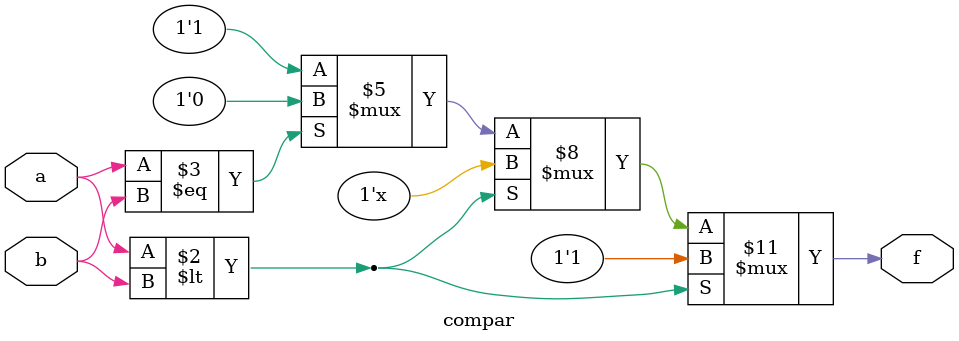
<source format=v>
module compar(f,a,b);
	output f;
	input a,b;
	reg f;
	always@(a or b)
		if(a<b) f=-1;
		else if (a==b) f=0;
		else f=1;
endmodule

</source>
